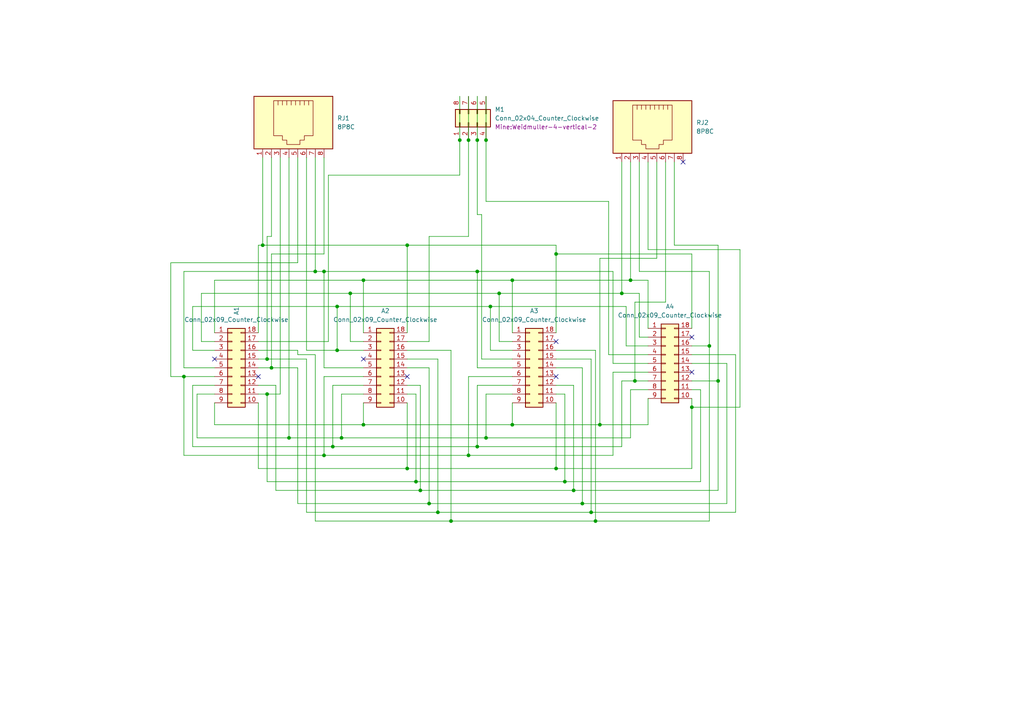
<source format=kicad_sch>
(kicad_sch (version 20211123) (generator eeschema)
  (paper "A4")
  (lib_symbols
    (symbol "Connector:8P8C" (pin_names (offset 1.016))
      (property "Reference" "J" (at -5.08 13.97 0))
      (property "Value" "8P8C" (at 2.54 13.97 0))
      (symbol "8P8C_0_1"
        (polyline (pts (xy -5.08 4.445) (xy -6.35 4.445)))
        (polyline (pts (xy -5.08 5.715) (xy -6.35 5.715)))
        (polyline (pts (xy -6.35 -3.175) (xy -5.08 -3.175) (xy -5.08 -3.175)))
        (polyline (pts (xy -6.35 -1.905) (xy -5.08 -1.905) (xy -5.08 -1.905)))
        (polyline (pts (xy -6.35 -0.635) (xy -5.08 -0.635) (xy -5.08 -0.635)))
        (polyline (pts (xy -6.35 0.635) (xy -5.08 0.635) (xy -5.08 0.635)))
        (polyline (pts (xy -6.35 1.905) (xy -5.08 1.905) (xy -5.08 1.905)))
        (polyline (pts (xy -5.08 3.175) (xy -6.35 3.175) (xy -6.35 3.175)))
        (polyline (pts (xy -6.35 -4.445) (xy -6.35 6.985) (xy 3.81 6.985) (xy 3.81 4.445) (xy 5.08 4.445) (xy 5.08 3.175) (xy 6.35 3.175) (xy 6.35 -0.635) (xy 5.08 -0.635) (xy 5.08 -1.905) (xy 3.81 -1.905) (xy 3.81 -4.445) (xy -6.35 -4.445) (xy -6.35 -4.445)))
        (rectangle (start 7.62 12.7) (end -7.62 -10.16) (stroke (width 0.254)) (fill (type background)))
      )
      (symbol "8P8C_1_1"
        (pin passive line (at 10.16 -7.62 180) (length 2.54) (name "~") (number "1"))
        (pin passive line (at 10.16 -5.08 180) (length 2.54) (name "~") (number "2"))
        (pin passive line (at 10.16 -2.54 180) (length 2.54) (name "~") (number "3"))
        (pin passive line (at 10.16 0 180) (length 2.54) (name "~") (number "4"))
        (pin passive line (at 10.16 2.54 180) (length 2.54) (name "~") (number "5"))
        (pin passive line (at 10.16 5.08 180) (length 2.54) (name "~") (number "6"))
        (pin passive line (at 10.16 7.62 180) (length 2.54) (name "~") (number "7"))
        (pin passive line (at 10.16 10.16 180) (length 2.54) (name "~") (number "8"))
      )
    )
    (symbol "Connector_Generic:Conn_02x04_Counter_Clockwise" (pin_names (offset 1.016) hide)
      (property "Reference" "J" (at 1.27 5.08 0))
      (property "Value" "Conn_02x04_Counter_Clockwise" (at 1.27 -7.62 0))
      (symbol "Conn_02x04_Counter_Clockwise_1_1"
        (rectangle (start -1.27 -4.953) (end 0 -5.207) (stroke (width 0.1524)))
        (rectangle (start -1.27 -2.413) (end 0 -2.667) (stroke (width 0.1524)))
        (rectangle (start -1.27 0.127) (end 0 -0.127) (stroke (width 0.1524)))
        (rectangle (start -1.27 2.667) (end 0 2.413) (stroke (width 0.1524)))
        (rectangle (start -1.27 3.81) (end 3.81 -6.35) (stroke (width 0.254)) (fill (type background)))
        (rectangle (start 3.81 -4.953) (end 2.54 -5.207) (stroke (width 0.1524)))
        (rectangle (start 3.81 -2.413) (end 2.54 -2.667) (stroke (width 0.1524)))
        (rectangle (start 3.81 0.127) (end 2.54 -0.127) (stroke (width 0.1524)))
        (rectangle (start 3.81 2.667) (end 2.54 2.413) (stroke (width 0.1524)))
        (pin passive line (at -5.08 2.54 0) (length 3.81) (name "Pin_1") (number "1"))
        (pin passive line (at -5.08 0 0) (length 3.81) (name "Pin_2") (number "2"))
        (pin passive line (at -5.08 -2.54 0) (length 3.81) (name "Pin_3") (number "3"))
        (pin passive line (at -5.08 -5.08 0) (length 3.81) (name "Pin_4") (number "4"))
        (pin passive line (at 7.62 -5.08 180) (length 3.81) (name "Pin_5") (number "5"))
        (pin passive line (at 7.62 -2.54 180) (length 3.81) (name "Pin_6") (number "6"))
        (pin passive line (at 7.62 0 180) (length 3.81) (name "Pin_7") (number "7"))
        (pin passive line (at 7.62 2.54 180) (length 3.81) (name "Pin_8") (number "8"))
      )
    )
    (symbol "Connector_Generic:Conn_02x09_Counter_Clockwise" (pin_names (offset 1.016) hide)
      (property "Reference" "J" (at 1.27 12.7 0))
      (property "Value" "Conn_02x09_Counter_Clockwise" (at 1.27 -12.7 0))
      (symbol "Conn_02x09_Counter_Clockwise_1_1"
        (rectangle (start -1.27 -10.033) (end 0 -10.287) (stroke (width 0.1524)))
        (rectangle (start -1.27 -7.493) (end 0 -7.747) (stroke (width 0.1524)))
        (rectangle (start -1.27 -4.953) (end 0 -5.207) (stroke (width 0.1524)))
        (rectangle (start -1.27 -2.413) (end 0 -2.667) (stroke (width 0.1524)))
        (rectangle (start -1.27 0.127) (end 0 -0.127) (stroke (width 0.1524)))
        (rectangle (start -1.27 2.667) (end 0 2.413) (stroke (width 0.1524)))
        (rectangle (start -1.27 5.207) (end 0 4.953) (stroke (width 0.1524)))
        (rectangle (start -1.27 7.747) (end 0 7.493) (stroke (width 0.1524)))
        (rectangle (start -1.27 10.287) (end 0 10.033) (stroke (width 0.1524)))
        (rectangle (start -1.27 11.43) (end 3.81 -11.43) (stroke (width 0.254)) (fill (type background)))
        (rectangle (start 3.81 -10.033) (end 2.54 -10.287) (stroke (width 0.1524)))
        (rectangle (start 3.81 -7.493) (end 2.54 -7.747) (stroke (width 0.1524)))
        (rectangle (start 3.81 -4.953) (end 2.54 -5.207) (stroke (width 0.1524)))
        (rectangle (start 3.81 -2.413) (end 2.54 -2.667) (stroke (width 0.1524)))
        (rectangle (start 3.81 0.127) (end 2.54 -0.127) (stroke (width 0.1524)))
        (rectangle (start 3.81 2.667) (end 2.54 2.413) (stroke (width 0.1524)))
        (rectangle (start 3.81 5.207) (end 2.54 4.953) (stroke (width 0.1524)))
        (rectangle (start 3.81 7.747) (end 2.54 7.493) (stroke (width 0.1524)))
        (rectangle (start 3.81 10.287) (end 2.54 10.033) (stroke (width 0.1524)))
        (pin passive line (at -5.08 10.16 0) (length 3.81) (name "Pin_1") (number "1"))
        (pin passive line (at 7.62 -10.16 180) (length 3.81) (name "Pin_10") (number "10"))
        (pin passive line (at 7.62 -7.62 180) (length 3.81) (name "Pin_11") (number "11"))
        (pin passive line (at 7.62 -5.08 180) (length 3.81) (name "Pin_12") (number "12"))
        (pin passive line (at 7.62 -2.54 180) (length 3.81) (name "Pin_13") (number "13"))
        (pin passive line (at 7.62 0 180) (length 3.81) (name "Pin_14") (number "14"))
        (pin passive line (at 7.62 2.54 180) (length 3.81) (name "Pin_15") (number "15"))
        (pin passive line (at 7.62 5.08 180) (length 3.81) (name "Pin_16") (number "16"))
        (pin passive line (at 7.62 7.62 180) (length 3.81) (name "Pin_17") (number "17"))
        (pin passive line (at 7.62 10.16 180) (length 3.81) (name "Pin_18") (number "18"))
        (pin passive line (at -5.08 7.62 0) (length 3.81) (name "Pin_2") (number "2"))
        (pin passive line (at -5.08 5.08 0) (length 3.81) (name "Pin_3") (number "3"))
        (pin passive line (at -5.08 2.54 0) (length 3.81) (name "Pin_4") (number "4"))
        (pin passive line (at -5.08 0 0) (length 3.81) (name "Pin_5") (number "5"))
        (pin passive line (at -5.08 -2.54 0) (length 3.81) (name "Pin_6") (number "6"))
        (pin passive line (at -5.08 -5.08 0) (length 3.81) (name "Pin_7") (number "7"))
        (pin passive line (at -5.08 -7.62 0) (length 3.81) (name "Pin_8") (number "8"))
        (pin passive line (at -5.08 -10.16 0) (length 3.81) (name "Pin_9") (number "9"))
      )
    )
  )
  (junction (at 101.6 85.09))
  (junction (at 135.89 132.08))
  (junction (at 53.34 109.22))
  (junction (at 120.65 139.7))
  (junction (at 166.37 142.24))
  (junction (at 118.11 135.89))
  (junction (at 127 148.59))
  (junction (at 161.29 135.89))
  (junction (at 96.52 129.54))
  (junction (at 163.83 139.7))
  (junction (at 118.11 71.12))
  (junction (at 138.43 129.54))
  (junction (at 105.41 123.19))
  (junction (at 138.43 40.64))
  (junction (at 93.98 78.74))
  (junction (at 97.79 101.6))
  (junction (at 78.74 106.68))
  (junction (at 184.15 110.49))
  (junction (at 180.34 85.09))
  (junction (at 168.91 146.05))
  (junction (at 91.44 78.74))
  (junction (at 172.72 151.13))
  (junction (at 200.66 118.11))
  (junction (at 161.29 73.66))
  (junction (at 182.88 81.28))
  (junction (at 77.47 104.14))
  (junction (at 142.24 88.9))
  (junction (at 76.2 71.12))
  (junction (at 208.28 110.49))
  (junction (at 130.81 151.13))
  (junction (at 173.99 123.19))
  (junction (at 205.74 100.33))
  (junction (at 99.06 127))
  (junction (at 83.82 127))
  (junction (at 105.41 81.28))
  (junction (at 138.43 78.74))
  (junction (at 148.59 81.28))
  (junction (at 148.59 123.19))
  (junction (at 133.35 40.64))
  (junction (at 97.79 88.9))
  (junction (at 93.98 132.08))
  (junction (at 140.97 127))
  (junction (at 171.45 148.59))
  (junction (at 77.47 114.3))
  (junction (at 140.97 40.64))
  (junction (at 121.92 142.24))
  (junction (at 124.46 146.05))
  (junction (at 135.89 40.64))
  (junction (at 144.78 85.09))
  (no_connect (at 200.66 97.79))
  (no_connect (at 200.66 107.95))
  (no_connect (at 161.29 109.22))
  (no_connect (at 161.29 99.06))
  (no_connect (at 198.12 46.99))
  (no_connect (at 118.11 109.22))
  (no_connect (at 74.93 109.22))
  (no_connect (at 105.41 104.14))
  (no_connect (at 62.23 104.14))
  (wire (pts (xy 203.2 139.7) (xy 163.83 139.7)))
  (wire (pts (xy 163.83 114.3) (xy 163.83 139.7)))
  (wire (pts (xy 74.93 114.3) (xy 77.47 114.3)))
  (wire (pts (xy 80.01 142.24) (xy 121.92 142.24)))
  (wire (pts (xy 93.98 106.68) (xy 105.41 106.68)))
  (wire (pts (xy 210.82 105.41) (xy 210.82 146.05)))
  (wire (pts (xy 172.72 151.13) (xy 130.81 151.13)))
  (wire (pts (xy 138.43 78.74) (xy 93.98 78.74)))
  (wire (pts (xy 182.88 113.03) (xy 182.88 127)))
  (wire (pts (xy 161.29 135.89) (xy 118.11 135.89)))
  (wire (pts (xy 195.58 71.12) (xy 208.28 71.12)))
  (wire (pts (xy 96.52 129.54) (xy 96.52 111.76)))
  (wire (pts (xy 181.61 100.33) (xy 181.61 88.9)))
  (wire (pts (xy 182.88 81.28) (xy 187.96 81.28)))
  (wire (pts (xy 205.74 100.33) (xy 205.74 151.13)))
  (wire (pts (xy 180.34 46.99) (xy 180.34 85.09)))
  (wire (pts (xy 53.34 78.74) (xy 91.44 78.74)))
  (wire (pts (xy 140.97 40.64) (xy 140.97 58.42)))
  (wire (pts (xy 127 148.59) (xy 127 104.14)))
  (wire (pts (xy 74.93 116.84) (xy 74.93 135.89)))
  (wire (pts (xy 180.34 85.09) (xy 185.42 85.09)))
  (wire (pts (xy 74.93 111.76) (xy 80.01 111.76)))
  (wire (pts (xy 187.96 115.57) (xy 187.96 123.19)))
  (wire (pts (xy 173.99 123.19) (xy 187.96 123.19)))
  (wire (pts (xy 166.37 111.76) (xy 166.37 142.24)))
  (wire (pts (xy 86.36 102.87) (xy 91.44 102.87)))
  (wire (pts (xy 74.93 101.6) (xy 86.36 101.6)))
  (wire (pts (xy 161.29 104.14) (xy 171.45 104.14)))
  (wire (pts (xy 200.66 102.87) (xy 213.36 102.87)))
  (wire (pts (xy 53.34 109.22) (xy 53.34 132.08)))
  (wire (pts (xy 190.5 46.99) (xy 190.5 74.93)))
  (wire (pts (xy 144.78 85.09) (xy 180.34 85.09)))
  (wire (pts (xy 124.46 99.06) (xy 118.11 99.06)))
  (wire (pts (xy 205.74 151.13) (xy 172.72 151.13)))
  (wire (pts (xy 88.9 45.72) (xy 88.9 101.6)))
  (wire (pts (xy 86.36 76.2) (xy 49.53 76.2)))
  (wire (pts (xy 91.44 45.72) (xy 91.44 78.74)))
  (wire (pts (xy 130.81 101.6) (xy 118.11 101.6)))
  (wire (pts (xy 88.9 101.6) (xy 97.79 101.6)))
  (wire (pts (xy 78.74 106.68) (xy 86.36 106.68)))
  (wire (pts (xy 148.59 123.19) (xy 173.99 123.19)))
  (wire (pts (xy 140.97 27.94) (xy 140.97 40.64)))
  (wire (pts (xy 105.41 81.28) (xy 148.59 81.28)))
  (wire (pts (xy 148.59 81.28) (xy 148.59 96.52)))
  (wire (pts (xy 195.58 46.99) (xy 195.58 71.12)))
  (wire (pts (xy 86.36 146.05) (xy 124.46 146.05)))
  (wire (pts (xy 138.43 106.68) (xy 138.43 78.74)))
  (wire (pts (xy 133.35 27.94) (xy 133.35 40.64)))
  (wire (pts (xy 176.53 58.42) (xy 176.53 102.87)))
  (wire (pts (xy 55.88 111.76) (xy 55.88 129.54)))
  (wire (pts (xy 144.78 99.06) (xy 148.59 99.06)))
  (wire (pts (xy 99.06 114.3) (xy 105.41 114.3)))
  (wire (pts (xy 91.44 78.74) (xy 93.98 78.74)))
  (wire (pts (xy 161.29 71.12) (xy 118.11 71.12)))
  (wire (pts (xy 105.41 123.19) (xy 148.59 123.19)))
  (wire (pts (xy 200.66 100.33) (xy 205.74 100.33)))
  (wire (pts (xy 182.88 127) (xy 140.97 127)))
  (wire (pts (xy 187.96 105.41) (xy 177.8 105.41)))
  (wire (pts (xy 140.97 114.3) (xy 140.97 127)))
  (wire (pts (xy 97.79 88.9) (xy 97.79 101.6)))
  (wire (pts (xy 76.2 71.12) (xy 118.11 71.12)))
  (wire (pts (xy 81.28 114.3) (xy 77.47 114.3)))
  (wire (pts (xy 78.74 73.66) (xy 78.74 106.68)))
  (wire (pts (xy 53.34 106.68) (xy 53.34 78.74)))
  (wire (pts (xy 181.61 88.9) (xy 142.24 88.9)))
  (wire (pts (xy 148.59 114.3) (xy 140.97 114.3)))
  (wire (pts (xy 213.36 148.59) (xy 171.45 148.59)))
  (wire (pts (xy 171.45 148.59) (xy 127 148.59)))
  (wire (pts (xy 200.66 118.11) (xy 200.66 135.89)))
  (wire (pts (xy 140.97 58.42) (xy 176.53 58.42)))
  (wire (pts (xy 187.96 113.03) (xy 182.88 113.03)))
  (wire (pts (xy 76.2 45.72) (xy 76.2 71.12)))
  (wire (pts (xy 200.66 115.57) (xy 200.66 118.11)))
  (wire (pts (xy 78.74 68.58) (xy 77.47 68.58)))
  (wire (pts (xy 185.42 46.99) (xy 185.42 78.74)))
  (wire (pts (xy 57.15 114.3) (xy 57.15 127)))
  (wire (pts (xy 176.53 102.87) (xy 187.96 102.87)))
  (wire (pts (xy 187.96 100.33) (xy 181.61 100.33)))
  (wire (pts (xy 173.99 74.93) (xy 173.99 123.19)))
  (wire (pts (xy 121.92 111.76) (xy 118.11 111.76)))
  (wire (pts (xy 91.44 102.87) (xy 91.44 151.13)))
  (wire (pts (xy 127 104.14) (xy 118.11 104.14)))
  (wire (pts (xy 101.6 99.06) (xy 105.41 99.06)))
  (wire (pts (xy 91.44 151.13) (xy 130.81 151.13)))
  (wire (pts (xy 140.97 127) (xy 99.06 127)))
  (wire (pts (xy 74.93 106.68) (xy 78.74 106.68)))
  (wire (pts (xy 83.82 127) (xy 99.06 127)))
  (wire (pts (xy 180.34 110.49) (xy 180.34 129.54)))
  (wire (pts (xy 120.65 114.3) (xy 118.11 114.3)))
  (wire (pts (xy 185.42 97.79) (xy 187.96 97.79)))
  (wire (pts (xy 62.23 109.22) (xy 53.34 109.22)))
  (wire (pts (xy 205.74 78.74) (xy 205.74 100.33)))
  (wire (pts (xy 210.82 146.05) (xy 168.91 146.05)))
  (wire (pts (xy 95.25 50.8) (xy 133.35 50.8)))
  (wire (pts (xy 57.15 127) (xy 83.82 127)))
  (wire (pts (xy 81.28 45.72) (xy 81.28 114.3)))
  (wire (pts (xy 177.8 105.41) (xy 177.8 78.74)))
  (wire (pts (xy 93.98 73.66) (xy 78.74 73.66)))
  (wire (pts (xy 86.36 106.68) (xy 86.36 146.05)))
  (wire (pts (xy 161.29 114.3) (xy 163.83 114.3)))
  (wire (pts (xy 177.8 132.08) (xy 135.89 132.08)))
  (wire (pts (xy 148.59 116.84) (xy 148.59 123.19)))
  (wire (pts (xy 77.47 139.7) (xy 120.65 139.7)))
  (wire (pts (xy 184.15 110.49) (xy 180.34 110.49)))
  (wire (pts (xy 133.35 40.64) (xy 133.35 50.8)))
  (wire (pts (xy 208.28 142.24) (xy 166.37 142.24)))
  (wire (pts (xy 135.89 40.64) (xy 135.89 68.58)))
  (wire (pts (xy 135.89 27.94) (xy 135.89 40.64)))
  (wire (pts (xy 93.98 45.72) (xy 93.98 73.66)))
  (wire (pts (xy 144.78 85.09) (xy 144.78 99.06)))
  (wire (pts (xy 200.66 110.49) (xy 208.28 110.49)))
  (wire (pts (xy 203.2 113.03) (xy 203.2 139.7)))
  (wire (pts (xy 101.6 85.09) (xy 144.78 85.09)))
  (wire (pts (xy 190.5 74.93) (xy 173.99 74.93)))
  (wire (pts (xy 200.66 113.03) (xy 203.2 113.03)))
  (wire (pts (xy 80.01 111.76) (xy 80.01 142.24)))
  (wire (pts (xy 187.96 81.28) (xy 187.96 95.25)))
  (wire (pts (xy 148.59 111.76) (xy 138.43 111.76)))
  (wire (pts (xy 171.45 104.14) (xy 171.45 148.59)))
  (wire (pts (xy 200.66 135.89) (xy 161.29 135.89)))
  (wire (pts (xy 62.23 116.84) (xy 62.23 123.19)))
  (wire (pts (xy 97.79 101.6) (xy 105.41 101.6)))
  (wire (pts (xy 121.92 142.24) (xy 121.92 111.76)))
  (wire (pts (xy 214.63 118.11) (xy 200.66 118.11)))
  (wire (pts (xy 124.46 146.05) (xy 124.46 106.68)))
  (wire (pts (xy 177.8 107.95) (xy 177.8 132.08)))
  (wire (pts (xy 95.25 99.06) (xy 95.25 50.8)))
  (wire (pts (xy 49.53 109.22) (xy 53.34 109.22)))
  (wire (pts (xy 62.23 114.3) (xy 57.15 114.3)))
  (wire (pts (xy 74.93 99.06) (xy 95.25 99.06)))
  (wire (pts (xy 86.36 45.72) (xy 86.36 76.2)))
  (wire (pts (xy 168.91 146.05) (xy 124.46 146.05)))
  (wire (pts (xy 83.82 45.72) (xy 83.82 127)))
  (wire (pts (xy 93.98 78.74) (xy 93.98 106.68)))
  (wire (pts (xy 74.93 71.12) (xy 76.2 71.12)))
  (wire (pts (xy 49.53 76.2) (xy 49.53 109.22)))
  (wire (pts (xy 118.11 71.12) (xy 118.11 96.52)))
  (wire (pts (xy 185.42 78.74) (xy 205.74 78.74)))
  (wire (pts (xy 58.42 85.09) (xy 101.6 85.09)))
  (wire (pts (xy 161.29 96.52) (xy 161.29 73.66)))
  (wire (pts (xy 184.15 87.63) (xy 184.15 110.49)))
  (wire (pts (xy 77.47 114.3) (xy 77.47 139.7)))
  (wire (pts (xy 138.43 27.94) (xy 138.43 40.64)))
  (wire (pts (xy 187.96 107.95) (xy 177.8 107.95)))
  (wire (pts (xy 138.43 129.54) (xy 96.52 129.54)))
  (wire (pts (xy 62.23 99.06) (xy 58.42 99.06)))
  (wire (pts (xy 78.74 45.72) (xy 78.74 68.58)))
  (wire (pts (xy 187.96 110.49) (xy 184.15 110.49)))
  (wire (pts (xy 200.66 105.41) (xy 210.82 105.41)))
  (wire (pts (xy 101.6 85.09) (xy 101.6 99.06)))
  (wire (pts (xy 135.89 109.22) (xy 135.89 132.08)))
  (wire (pts (xy 135.89 68.58) (xy 124.46 68.58)))
  (wire (pts (xy 214.63 72.39) (xy 214.63 118.11)))
  (wire (pts (xy 161.29 111.76) (xy 166.37 111.76)))
  (wire (pts (xy 77.47 104.14) (xy 88.9 104.14)))
  (wire (pts (xy 62.23 106.68) (xy 53.34 106.68)))
  (wire (pts (xy 187.96 46.99) (xy 187.96 72.39)))
  (wire (pts (xy 161.29 73.66) (xy 161.29 71.12)))
  (wire (pts (xy 118.11 135.89) (xy 118.11 116.84)))
  (wire (pts (xy 93.98 132.08) (xy 135.89 132.08)))
  (wire (pts (xy 88.9 148.59) (xy 127 148.59)))
  (wire (pts (xy 62.23 101.6) (xy 55.88 101.6)))
  (wire (pts (xy 138.43 111.76) (xy 138.43 129.54)))
  (wire (pts (xy 105.41 81.28) (xy 105.41 96.52)))
  (wire (pts (xy 182.88 46.99) (xy 182.88 81.28)))
  (wire (pts (xy 168.91 106.68) (xy 168.91 146.05)))
  (wire (pts (xy 180.34 129.54) (xy 138.43 129.54)))
  (wire (pts (xy 172.72 101.6) (xy 172.72 151.13)))
  (wire (pts (xy 124.46 106.68) (xy 118.11 106.68)))
  (wire (pts (xy 139.7 104.14) (xy 148.59 104.14)))
  (wire (pts (xy 77.47 68.58) (xy 77.47 104.14)))
  (wire (pts (xy 55.88 101.6) (xy 55.88 88.9)))
  (wire (pts (xy 148.59 81.28) (xy 182.88 81.28)))
  (wire (pts (xy 138.43 40.64) (xy 138.43 62.23)))
  (wire (pts (xy 120.65 139.7) (xy 120.65 114.3)))
  (wire (pts (xy 148.59 106.68) (xy 138.43 106.68)))
  (wire (pts (xy 105.41 123.19) (xy 105.41 116.84)))
  (wire (pts (xy 208.28 110.49) (xy 208.28 142.24)))
  (wire (pts (xy 86.36 101.6) (xy 86.36 102.87)))
  (wire (pts (xy 62.23 123.19) (xy 105.41 123.19)))
  (wire (pts (xy 74.93 104.14) (xy 77.47 104.14)))
  (wire (pts (xy 161.29 101.6) (xy 172.72 101.6)))
  (wire (pts (xy 208.28 71.12) (xy 208.28 110.49)))
  (wire (pts (xy 139.7 62.23) (xy 139.7 104.14)))
  (wire (pts (xy 93.98 109.22) (xy 105.41 109.22)))
  (wire (pts (xy 200.66 73.66) (xy 161.29 73.66)))
  (wire (pts (xy 88.9 104.14) (xy 88.9 148.59)))
  (wire (pts (xy 124.46 68.58) (xy 124.46 99.06)))
  (wire (pts (xy 62.23 111.76) (xy 55.88 111.76)))
  (wire (pts (xy 200.66 95.25) (xy 200.66 73.66)))
  (wire (pts (xy 193.04 87.63) (xy 184.15 87.63)))
  (wire (pts (xy 53.34 132.08) (xy 93.98 132.08)))
  (wire (pts (xy 93.98 132.08) (xy 93.98 109.22)))
  (wire (pts (xy 74.93 96.52) (xy 74.93 71.12)))
  (wire (pts (xy 62.23 81.28) (xy 105.41 81.28)))
  (wire (pts (xy 161.29 106.68) (xy 168.91 106.68)))
  (wire (pts (xy 185.42 85.09) (xy 185.42 97.79)))
  (wire (pts (xy 193.04 46.99) (xy 193.04 87.63)))
  (wire (pts (xy 138.43 62.23) (xy 139.7 62.23)))
  (wire (pts (xy 177.8 78.74) (xy 138.43 78.74)))
  (wire (pts (xy 148.59 109.22) (xy 135.89 109.22)))
  (wire (pts (xy 99.06 127) (xy 99.06 114.3)))
  (wire (pts (xy 74.93 135.89) (xy 118.11 135.89)))
  (wire (pts (xy 96.52 111.76) (xy 105.41 111.76)))
  (wire (pts (xy 130.81 151.13) (xy 130.81 101.6)))
  (wire (pts (xy 187.96 72.39) (xy 214.63 72.39)))
  (wire (pts (xy 55.88 129.54) (xy 96.52 129.54)))
  (wire (pts (xy 55.88 88.9) (xy 97.79 88.9)))
  (wire (pts (xy 166.37 142.24) (xy 121.92 142.24)))
  (wire (pts (xy 142.24 101.6) (xy 142.24 88.9)))
  (wire (pts (xy 161.29 116.84) (xy 161.29 135.89)))
  (wire (pts (xy 58.42 99.06) (xy 58.42 85.09)))
  (wire (pts (xy 163.83 139.7) (xy 120.65 139.7)))
  (wire (pts (xy 142.24 88.9) (xy 97.79 88.9)))
  (wire (pts (xy 148.59 101.6) (xy 142.24 101.6)))
  (wire (pts (xy 62.23 96.52) (xy 62.23 81.28)))
  (wire (pts (xy 213.36 102.87) (xy 213.36 148.59)))
  (symbol (lib_id "Connector_Generic:Conn_02x09_Counter_Clockwise") (at 67.31 106.68 0) (unit 1)
    (property "Reference" "A1" (at 68.58 90.17 90))
    (property "Value" "Conn_02x09_Counter_Clockwise" (at 68.58 92.71 0))
    (property "Footprint" "DIP-18_W7.62mm_Socket_LongPads" (effects hide))
  )
  (symbol (lib_id "Connector_Generic:Conn_02x04_Counter_Clockwise") (at 135.89 35.56 90) (unit 1)
    (property "Reference" "M1" (at 143.51 31.7499 90) (effects (justify right)))
    (property "Value" "Conn_02x04_Counter_Clockwise" (at 143.51 34.2899 90) (effects (justify right)))
    (property "Footprint" "Mine:Weidmuller-4-vertical-2" (at 143.51 36.8299 90) (effects (justify right)))
  )
  (symbol (lib_id "Connector:8P8C") (at 187.96 36.83 270) (unit 1)
    (property "Reference" "RJ2" (at 201.93 35.5599 90) (effects (justify left)))
    (property "Value" "8P8C" (at 201.93 38.0999 90) (effects (justify left)))
    (property "Footprint" "Mine:Wurth-8P8C-Vertical" (effects hide))
  )
  (symbol (lib_id "Connector_Generic:Conn_02x09_Counter_Clockwise") (at 193.04 105.41 0) (unit 1)
    (property "Reference" "A4" (at 194.31 88.9 0))
    (property "Value" "Conn_02x09_Counter_Clockwise" (at 194.31 91.44 0))
    (property "Footprint" "DIP-18_W7.62mm_Socket_LongPads" (effects hide))
  )
  (symbol (lib_id "Connector:8P8C") (at 83.82 35.56 270) (unit 1)
    (property "Reference" "RJ1" (at 97.79 34.2899 90) (effects (justify left)))
    (property "Value" "8P8C" (at 97.79 36.8299 90) (effects (justify left)))
    (property "Footprint" "Mine:Wurth-8P8C-Vertical" (effects hide))
  )
  (symbol (lib_id "Connector_Generic:Conn_02x09_Counter_Clockwise") (at 153.67 106.68 0) (unit 1)
    (property "Reference" "A3" (at 154.94 90.17 0))
    (property "Value" "Conn_02x09_Counter_Clockwise" (at 154.94 92.71 0))
    (property "Footprint" "DIP-18_W7.62mm_Socket_LongPads" (effects hide))
  )
  (symbol (lib_id "Connector_Generic:Conn_02x09_Counter_Clockwise") (at 110.49 106.68 0) (unit 1)
    (property "Reference" "A2" (at 111.76 90.17 0))
    (property "Value" "Conn_02x09_Counter_Clockwise" (at 111.76 92.71 0))
    (property "Footprint" "DIP-18_W7.62mm_Socket_LongPads" (effects hide))
  )
)
</source>
